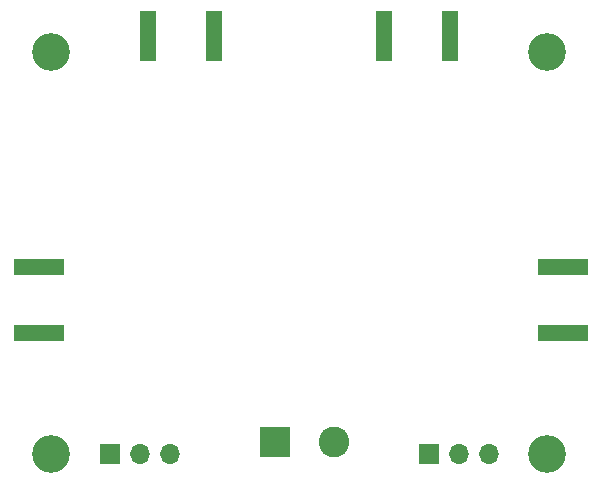
<source format=gbr>
%TF.GenerationSoftware,KiCad,Pcbnew,8.0.2*%
%TF.CreationDate,2025-01-11T01:17:19-03:00*%
%TF.ProjectId,LumiCom_Transmitter,4c756d69-436f-46d5-9f54-72616e736d69,rev?*%
%TF.SameCoordinates,Original*%
%TF.FileFunction,Soldermask,Bot*%
%TF.FilePolarity,Negative*%
%FSLAX46Y46*%
G04 Gerber Fmt 4.6, Leading zero omitted, Abs format (unit mm)*
G04 Created by KiCad (PCBNEW 8.0.2) date 2025-01-11 01:17:19*
%MOMM*%
%LPD*%
G01*
G04 APERTURE LIST*
%ADD10R,4.200000X1.350000*%
%ADD11C,3.200000*%
%ADD12R,1.700000X1.700000*%
%ADD13O,1.700000X1.700000*%
%ADD14R,1.350000X4.200000*%
%ADD15R,2.600000X2.600000*%
%ADD16C,2.600000*%
G04 APERTURE END LIST*
D10*
%TO.C,J2*%
X147337500Y-77825000D03*
X147337500Y-72175000D03*
%TD*%
D11*
%TO.C,H2*%
X146000000Y-88000000D03*
%TD*%
%TO.C,H1*%
X104000000Y-54000000D03*
%TD*%
D12*
%TO.C,JP_A1*%
X136000000Y-88000000D03*
D13*
X138540000Y-88000000D03*
X141080000Y-88000000D03*
%TD*%
D12*
%TO.C,JP_A0*%
X109000000Y-88000000D03*
D13*
X111540000Y-88000000D03*
X114080000Y-88000000D03*
%TD*%
D11*
%TO.C,H4*%
X104000000Y-88000000D03*
%TD*%
D14*
%TO.C,J5*%
X117825000Y-52662500D03*
X112175000Y-52662500D03*
%TD*%
D11*
%TO.C,H3*%
X146000000Y-54000000D03*
%TD*%
D10*
%TO.C,J3*%
X103000000Y-72175000D03*
X103000000Y-77825000D03*
%TD*%
D15*
%TO.C,J1*%
X123000000Y-87000000D03*
D16*
X128000000Y-87000000D03*
%TD*%
D14*
%TO.C,J4*%
X137825000Y-52662500D03*
X132175000Y-52662500D03*
%TD*%
M02*

</source>
